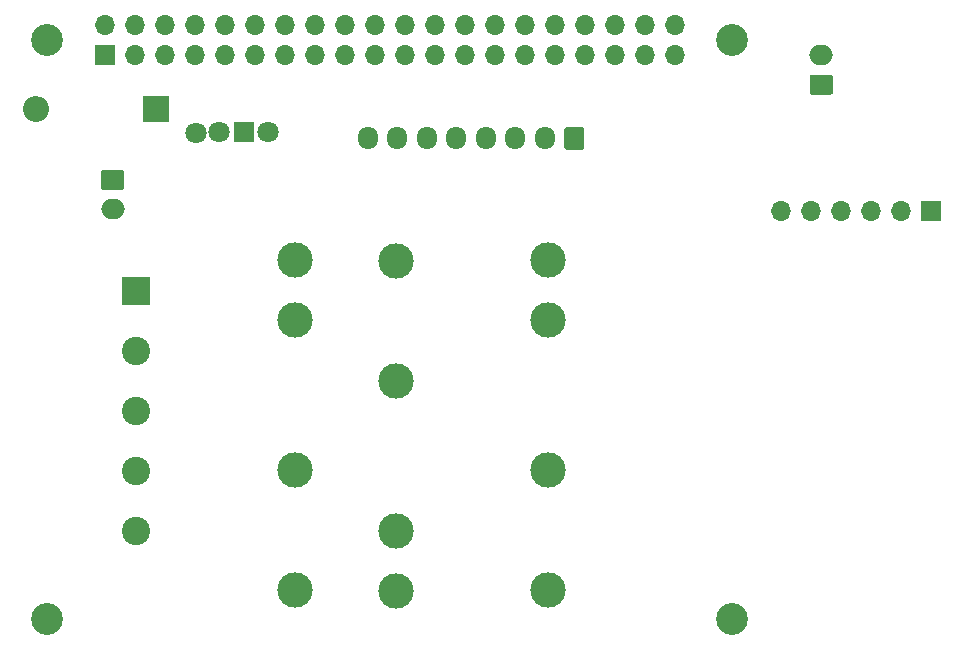
<source format=gbr>
G04 #@! TF.GenerationSoftware,KiCad,Pcbnew,(5.1.4-0)*
G04 #@! TF.CreationDate,2019-09-27T20:11:36-04:00*
G04 #@! TF.ProjectId,Pi_HAT_MACHINECLIENT,50695f48-4154-45f4-9d41-4348494e4543,rev?*
G04 #@! TF.SameCoordinates,Original*
G04 #@! TF.FileFunction,Soldermask,Top*
G04 #@! TF.FilePolarity,Negative*
%FSLAX46Y46*%
G04 Gerber Fmt 4.6, Leading zero omitted, Abs format (unit mm)*
G04 Created by KiCad (PCBNEW (5.1.4-0)) date 2019-09-27 20:11:36*
%MOMM*%
%LPD*%
G04 APERTURE LIST*
%ADD10C,1.800000*%
%ADD11R,1.800000X1.800000*%
%ADD12C,3.000000*%
%ADD13C,2.700000*%
%ADD14C,2.400000*%
%ADD15R,2.400000X2.400000*%
%ADD16C,0.100000*%
%ADD17C,1.700000*%
%ADD18O,2.000000X1.700000*%
%ADD19R,1.700000X1.700000*%
%ADD20O,1.700000X1.700000*%
%ADD21O,1.700000X1.950000*%
%ADD22R,2.200000X2.200000*%
%ADD23O,2.200000X2.200000*%
G04 APERTURE END LIST*
D10*
X-7500000Y2310000D03*
X-5510000Y2350000D03*
X-1410000Y2320000D03*
D11*
X-3450000Y2320000D03*
D12*
X859800Y-36400000D03*
X859800Y-26240000D03*
X859800Y-13540000D03*
X859800Y-8460000D03*
X9477000Y-8600000D03*
X9477000Y-18760000D03*
X9477000Y-31460000D03*
X9477000Y-36540000D03*
X22272500Y-36400000D03*
X22272500Y-26240000D03*
X22272500Y-13540000D03*
X22272500Y-8460000D03*
D13*
X37891154Y-38836600D03*
X-20109746Y-38836600D03*
D14*
X-12580000Y-31394400D03*
X-12580000Y-26314400D03*
X-12580000Y-21234400D03*
X-12580000Y-16154400D03*
D15*
X-12580000Y-11074400D03*
D16*
G36*
X46224504Y7218796D02*
G01*
X46248773Y7215196D01*
X46272571Y7209235D01*
X46295671Y7200970D01*
X46317849Y7190480D01*
X46338893Y7177867D01*
X46358598Y7163253D01*
X46376777Y7146777D01*
X46393253Y7128598D01*
X46407867Y7108893D01*
X46420480Y7087849D01*
X46430970Y7065671D01*
X46439235Y7042571D01*
X46445196Y7018773D01*
X46448796Y6994504D01*
X46450000Y6970000D01*
X46450000Y5770000D01*
X46448796Y5745496D01*
X46445196Y5721227D01*
X46439235Y5697429D01*
X46430970Y5674329D01*
X46420480Y5652151D01*
X46407867Y5631107D01*
X46393253Y5611402D01*
X46376777Y5593223D01*
X46358598Y5576747D01*
X46338893Y5562133D01*
X46317849Y5549520D01*
X46295671Y5539030D01*
X46272571Y5530765D01*
X46248773Y5524804D01*
X46224504Y5521204D01*
X46200000Y5520000D01*
X44700000Y5520000D01*
X44675496Y5521204D01*
X44651227Y5524804D01*
X44627429Y5530765D01*
X44604329Y5539030D01*
X44582151Y5549520D01*
X44561107Y5562133D01*
X44541402Y5576747D01*
X44523223Y5593223D01*
X44506747Y5611402D01*
X44492133Y5631107D01*
X44479520Y5652151D01*
X44469030Y5674329D01*
X44460765Y5697429D01*
X44454804Y5721227D01*
X44451204Y5745496D01*
X44450000Y5770000D01*
X44450000Y6970000D01*
X44451204Y6994504D01*
X44454804Y7018773D01*
X44460765Y7042571D01*
X44469030Y7065671D01*
X44479520Y7087849D01*
X44492133Y7108893D01*
X44506747Y7128598D01*
X44523223Y7146777D01*
X44541402Y7163253D01*
X44561107Y7177867D01*
X44582151Y7190480D01*
X44604329Y7200970D01*
X44627429Y7209235D01*
X44651227Y7215196D01*
X44675496Y7218796D01*
X44700000Y7220000D01*
X46200000Y7220000D01*
X46224504Y7218796D01*
X46224504Y7218796D01*
G37*
D17*
X45450000Y6370000D03*
D18*
X45450000Y8870000D03*
D19*
X54698900Y-4356100D03*
D20*
X52158900Y-4356100D03*
X49618900Y-4356100D03*
X47078900Y-4356100D03*
X44538900Y-4356100D03*
X41998900Y-4356100D03*
D16*
G36*
X25160904Y2786596D02*
G01*
X25185173Y2782996D01*
X25208971Y2777035D01*
X25232071Y2768770D01*
X25254249Y2758280D01*
X25275293Y2745667D01*
X25294998Y2731053D01*
X25313177Y2714577D01*
X25329653Y2696398D01*
X25344267Y2676693D01*
X25356880Y2655649D01*
X25367370Y2633471D01*
X25375635Y2610371D01*
X25381596Y2586573D01*
X25385196Y2562304D01*
X25386400Y2537800D01*
X25386400Y1087800D01*
X25385196Y1063296D01*
X25381596Y1039027D01*
X25375635Y1015229D01*
X25367370Y992129D01*
X25356880Y969951D01*
X25344267Y948907D01*
X25329653Y929202D01*
X25313177Y911023D01*
X25294998Y894547D01*
X25275293Y879933D01*
X25254249Y867320D01*
X25232071Y856830D01*
X25208971Y848565D01*
X25185173Y842604D01*
X25160904Y839004D01*
X25136400Y837800D01*
X23936400Y837800D01*
X23911896Y839004D01*
X23887627Y842604D01*
X23863829Y848565D01*
X23840729Y856830D01*
X23818551Y867320D01*
X23797507Y879933D01*
X23777802Y894547D01*
X23759623Y911023D01*
X23743147Y929202D01*
X23728533Y948907D01*
X23715920Y969951D01*
X23705430Y992129D01*
X23697165Y1015229D01*
X23691204Y1039027D01*
X23687604Y1063296D01*
X23686400Y1087800D01*
X23686400Y2537800D01*
X23687604Y2562304D01*
X23691204Y2586573D01*
X23697165Y2610371D01*
X23705430Y2633471D01*
X23715920Y2655649D01*
X23728533Y2676693D01*
X23743147Y2696398D01*
X23759623Y2714577D01*
X23777802Y2731053D01*
X23797507Y2745667D01*
X23818551Y2758280D01*
X23840729Y2768770D01*
X23863829Y2777035D01*
X23887627Y2782996D01*
X23911896Y2786596D01*
X23936400Y2787800D01*
X25136400Y2787800D01*
X25160904Y2786596D01*
X25160904Y2786596D01*
G37*
D17*
X24536400Y1812800D03*
D21*
X22036400Y1812800D03*
X19536400Y1812800D03*
X17036400Y1812800D03*
X14536400Y1812800D03*
X12036400Y1812800D03*
X9536400Y1812800D03*
X7036400Y1812800D03*
D18*
X-14560000Y-4190000D03*
D16*
G36*
X-13785496Y-841204D02*
G01*
X-13761227Y-844804D01*
X-13737429Y-850765D01*
X-13714329Y-859030D01*
X-13692151Y-869520D01*
X-13671107Y-882133D01*
X-13651402Y-896747D01*
X-13633223Y-913223D01*
X-13616747Y-931402D01*
X-13602133Y-951107D01*
X-13589520Y-972151D01*
X-13579030Y-994329D01*
X-13570765Y-1017429D01*
X-13564804Y-1041227D01*
X-13561204Y-1065496D01*
X-13560000Y-1090000D01*
X-13560000Y-2290000D01*
X-13561204Y-2314504D01*
X-13564804Y-2338773D01*
X-13570765Y-2362571D01*
X-13579030Y-2385671D01*
X-13589520Y-2407849D01*
X-13602133Y-2428893D01*
X-13616747Y-2448598D01*
X-13633223Y-2466777D01*
X-13651402Y-2483253D01*
X-13671107Y-2497867D01*
X-13692151Y-2510480D01*
X-13714329Y-2520970D01*
X-13737429Y-2529235D01*
X-13761227Y-2535196D01*
X-13785496Y-2538796D01*
X-13810000Y-2540000D01*
X-15310000Y-2540000D01*
X-15334504Y-2538796D01*
X-15358773Y-2535196D01*
X-15382571Y-2529235D01*
X-15405671Y-2520970D01*
X-15427849Y-2510480D01*
X-15448893Y-2497867D01*
X-15468598Y-2483253D01*
X-15486777Y-2466777D01*
X-15503253Y-2448598D01*
X-15517867Y-2428893D01*
X-15530480Y-2407849D01*
X-15540970Y-2385671D01*
X-15549235Y-2362571D01*
X-15555196Y-2338773D01*
X-15558796Y-2314504D01*
X-15560000Y-2290000D01*
X-15560000Y-1090000D01*
X-15558796Y-1065496D01*
X-15555196Y-1041227D01*
X-15549235Y-1017429D01*
X-15540970Y-994329D01*
X-15530480Y-972151D01*
X-15517867Y-951107D01*
X-15503253Y-931402D01*
X-15486777Y-913223D01*
X-15468598Y-896747D01*
X-15448893Y-882133D01*
X-15427849Y-869520D01*
X-15405671Y-859030D01*
X-15382571Y-850765D01*
X-15358773Y-844804D01*
X-15334504Y-841204D01*
X-15310000Y-840000D01*
X-13810000Y-840000D01*
X-13785496Y-841204D01*
X-13785496Y-841204D01*
G37*
D17*
X-14560000Y-1690000D03*
D13*
X37896800Y10160089D03*
X-20109746Y10160089D03*
D20*
X33020000Y11430000D03*
X33020000Y8890000D03*
X30480000Y11430000D03*
X30480000Y8890000D03*
X27940000Y11430000D03*
X27940000Y8890000D03*
X25400000Y11430000D03*
X25400000Y8890000D03*
X22860000Y11430000D03*
X22860000Y8890000D03*
X20320000Y11430000D03*
X20320000Y8890000D03*
X17780000Y11430000D03*
X17780000Y8890000D03*
X15240000Y11430000D03*
X15240000Y8890000D03*
X12700000Y11430000D03*
X12700000Y8890000D03*
X10160000Y11430000D03*
X10160000Y8890000D03*
X7620000Y11430000D03*
X7620000Y8890000D03*
X5080000Y11430000D03*
X5080000Y8890000D03*
X2540000Y11430000D03*
X2540000Y8890000D03*
X0Y11430000D03*
X0Y8890000D03*
X-2540000Y11430000D03*
X-2540000Y8890000D03*
X-5080000Y11430000D03*
X-5080000Y8890000D03*
X-7620000Y11430000D03*
X-7620000Y8890000D03*
X-10160000Y11430000D03*
X-10160000Y8890000D03*
X-12700000Y11430000D03*
X-12700000Y8890000D03*
X-15240000Y11430000D03*
D19*
X-15240000Y8890000D03*
D22*
X-10890000Y4340000D03*
D23*
X-21050000Y4340000D03*
M02*

</source>
